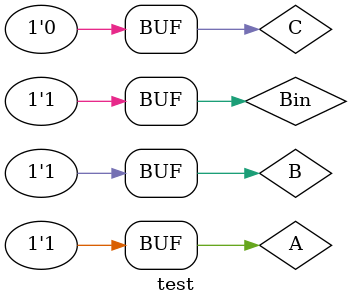
<source format=v>
module mux4to1(input[3:0] in, input[1:0] sel, output out);
    assign out = (sel == 0) ? in[0] : (sel == 1) ? in[1] : (sel == 2) ? in[2] : in[3];
endmodule

module prime_detector(input[3:0] in, output out);
//wire[3:0] w1 ={in[1],in[0],in[1]&in[0],~in[1] & in[0]}; 
wire[3:0] w1 ={~in[1] & in[0],in[1]&in[0], in[0], in[1]}; 
wire[1:0] w2 ={in[3], in[2]}; 
mux4to1 m1(w1, w2, out);
endmodule

module test;
reg  A ;
reg  B;
reg  Bin;
reg C;
wire out;

prime_detector p1({A,B,Bin,C}, out);

initial begin 
   A=1'b0;B=1'b0;Bin=1'b0;C=1'b0;
   #10
   A=1'b0;B=1'b0;Bin=1'b0;C=1'b1;
   #10
   A=1'b0;B=1'b0;Bin=1'b1;C=1'b0;
   #10
   A=1'b0;B=1'b0;Bin=1'b1;C=1'b1;
   #10
   A=1'b0;B=1'b1;Bin=1'b0;C=1'b0;
   #10
   A=1'b0;B=1'b1;Bin=1'b0;C=1'b1;
   #10
   A=1'b0;B=1'b1;Bin=1'b1;C=1'b0;
   #10
   A=1'b0;B=1'b1;Bin=1'b1;C=1'b1;
   #10
   A=1'b1;B=1'b0;Bin=1'b0;C=1'b0;
   #10
   A=1'b1;B=1'b0;Bin=1'b0;C=1'b1;
   #10
   A=1'b1;B=1'b0;Bin=1'b1;C=1'b0;
   #10
   A=1'b1;B=1'b0;Bin=1'b1;C=1'b1;
   #10
   A=1'b1;B=1'b1;Bin=1'b0;C=1'b0;
   #10
   A=1'b1;B=1'b1;Bin=1'b0;C=1'b1;
   #10
   A=1'b1;B=1'b1;Bin=1'b1;C=1'b1;
   #10
   A=1'b1;B=1'b1;Bin=1'b1;C=1'b0;

end 
endmodule


</source>
